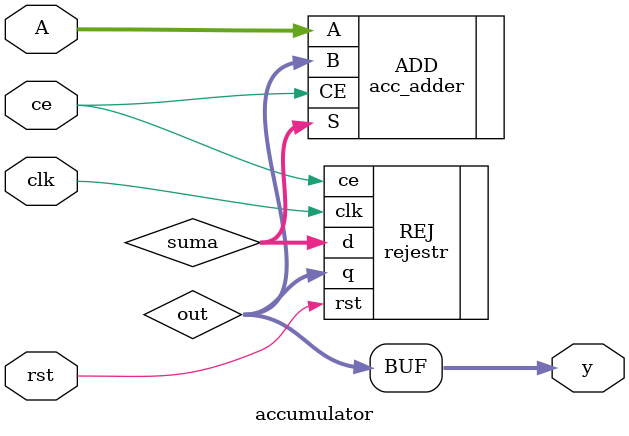
<source format=v>
`timescale 1ns / 1ps

module accumulator(
    input clk,
    input ce,
    input rst,
    input signed [15:0]A,   //s6c9f
    
    output signed [24:0]y    //totally keine grenze example s15c9f
);
    
wire signed [24:0]out;
wire signed [24:0]suma;

rejestr# (.N(25)) REJ
(
    .clk(clk),
    .ce(ce),
    .rst(rst),
    .d(suma),
    .q(out)
);

// latencja = 0
acc_adder ADD
(
    .A(A),
    .B(out),
    .CE(ce),
    .S(suma)
);

assign y = out;
    
endmodule

</source>
